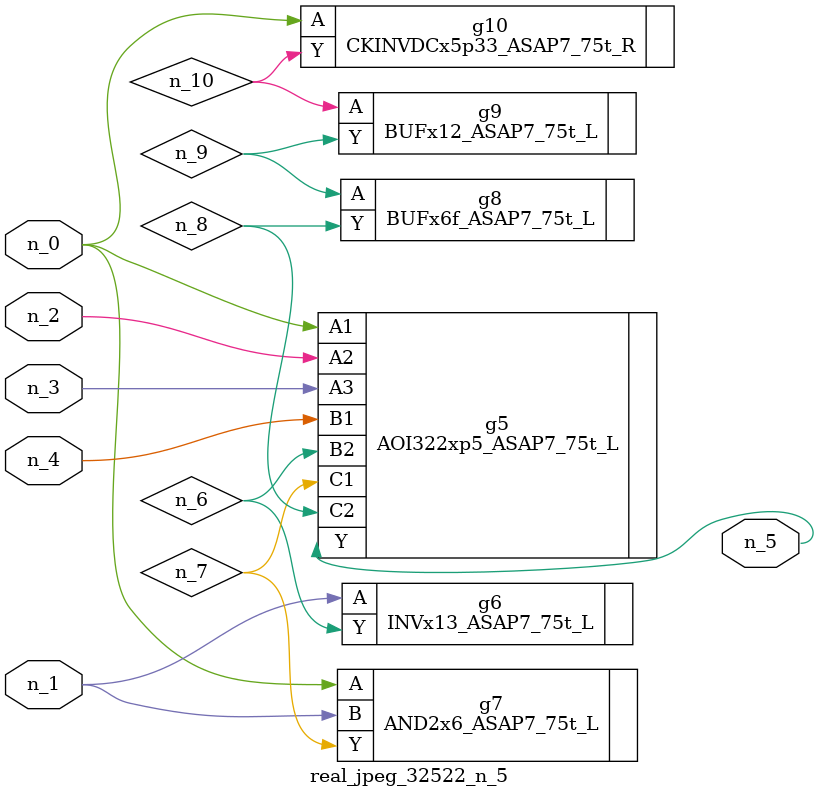
<source format=v>
module real_jpeg_32522_n_5 (n_4, n_0, n_1, n_2, n_3, n_5);

input n_4;
input n_0;
input n_1;
input n_2;
input n_3;

output n_5;

wire n_8;
wire n_6;
wire n_7;
wire n_10;
wire n_9;

AOI322xp5_ASAP7_75t_L g5 ( 
.A1(n_0),
.A2(n_2),
.A3(n_3),
.B1(n_4),
.B2(n_6),
.C1(n_7),
.C2(n_8),
.Y(n_5)
);

AND2x6_ASAP7_75t_L g7 ( 
.A(n_0),
.B(n_1),
.Y(n_7)
);

CKINVDCx5p33_ASAP7_75t_R g10 ( 
.A(n_0),
.Y(n_10)
);

INVx13_ASAP7_75t_L g6 ( 
.A(n_1),
.Y(n_6)
);

BUFx6f_ASAP7_75t_L g8 ( 
.A(n_9),
.Y(n_8)
);

BUFx12_ASAP7_75t_L g9 ( 
.A(n_10),
.Y(n_9)
);


endmodule
</source>
